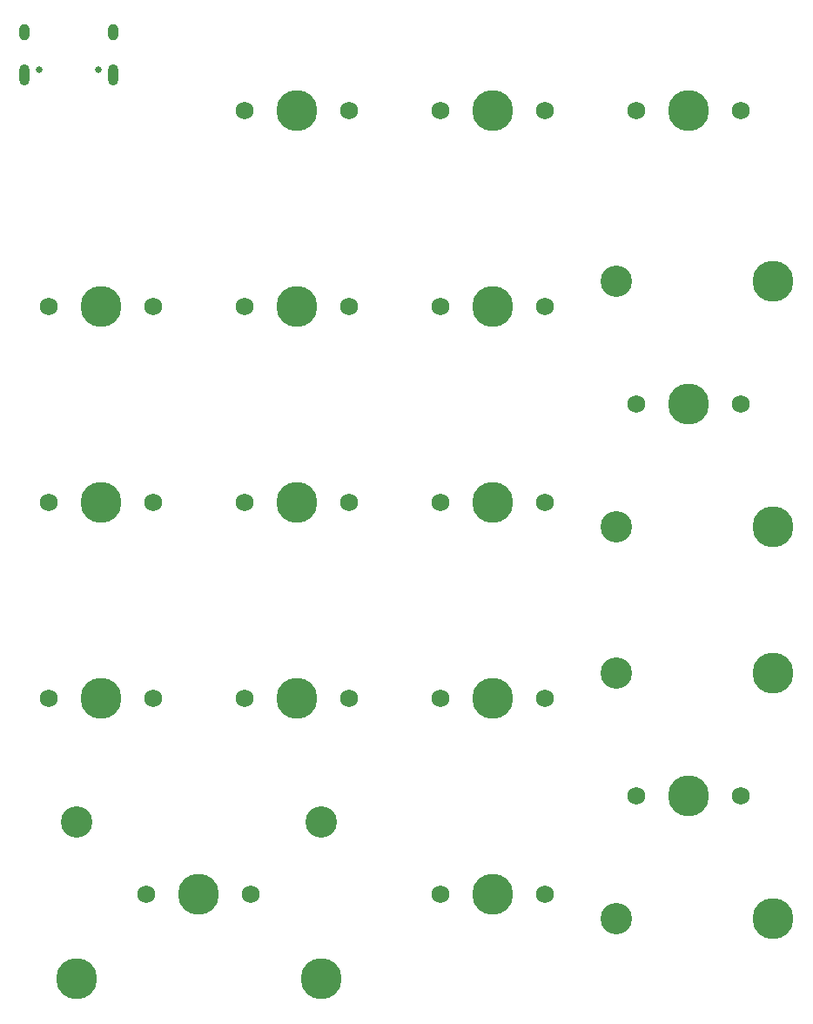
<source format=gbr>
G04 #@! TF.GenerationSoftware,KiCad,Pcbnew,(6.0.0)*
G04 #@! TF.CreationDate,2022-01-07T00:00:26+09:00*
G04 #@! TF.ProjectId,SkeletonNumPad,536b656c-6574-46f6-9e4e-756d5061642e,rev?*
G04 #@! TF.SameCoordinates,Original*
G04 #@! TF.FileFunction,Soldermask,Top*
G04 #@! TF.FilePolarity,Negative*
%FSLAX46Y46*%
G04 Gerber Fmt 4.6, Leading zero omitted, Abs format (unit mm)*
G04 Created by KiCad (PCBNEW (6.0.0)) date 2022-01-07 00:00:26*
%MOMM*%
%LPD*%
G01*
G04 APERTURE LIST*
%ADD10C,3.987800*%
%ADD11C,1.750000*%
%ADD12C,3.048000*%
%ADD13C,0.650000*%
%ADD14O,1.000000X1.600000*%
%ADD15O,1.000000X2.100000*%
G04 APERTURE END LIST*
D10*
X76200000Y-85725000D03*
D11*
X81280000Y-85725000D03*
X71120000Y-85725000D03*
X52070000Y-47625000D03*
D10*
X57150000Y-47625000D03*
D11*
X62230000Y-47625000D03*
D10*
X76200000Y-47625000D03*
D11*
X81280000Y-47625000D03*
X71120000Y-47625000D03*
X43180000Y-47625000D03*
X33020000Y-47625000D03*
D10*
X38100000Y-47625000D03*
D11*
X90170000Y-95250000D03*
D12*
X88265000Y-83312000D03*
D10*
X103505000Y-83312000D03*
D11*
X100330000Y-95250000D03*
D12*
X88265000Y-107188000D03*
D10*
X103505000Y-107188000D03*
X95250000Y-95250000D03*
D11*
X81280000Y-104775000D03*
X71120000Y-104775000D03*
D10*
X76200000Y-104775000D03*
X38100000Y-85725000D03*
D11*
X33020000Y-85725000D03*
X43180000Y-85725000D03*
X71120000Y-28575000D03*
X81280000Y-28575000D03*
D10*
X76200000Y-28575000D03*
X95250000Y-28575000D03*
D11*
X100330000Y-28575000D03*
X90170000Y-28575000D03*
X62230000Y-66675000D03*
X52070000Y-66675000D03*
D10*
X57150000Y-66675000D03*
X57150000Y-28575000D03*
D11*
X52070000Y-28575000D03*
X62230000Y-28575000D03*
D10*
X103505000Y-69088000D03*
D11*
X100330000Y-57150000D03*
X90170000Y-57150000D03*
D12*
X88265000Y-45212000D03*
X88265000Y-69088000D03*
D10*
X95250000Y-57150000D03*
X103505000Y-45212000D03*
X76200000Y-66675000D03*
D11*
X81280000Y-66675000D03*
X71120000Y-66675000D03*
X43180000Y-66675000D03*
X33020000Y-66675000D03*
D10*
X38100000Y-66675000D03*
D11*
X62230000Y-85725000D03*
D10*
X57150000Y-85725000D03*
D11*
X52070000Y-85725000D03*
D10*
X35718750Y-113030000D03*
X47625000Y-104775000D03*
D11*
X52705000Y-104775000D03*
D12*
X59531250Y-97790000D03*
X35718750Y-97790000D03*
D10*
X59531250Y-113030000D03*
D11*
X42545000Y-104775000D03*
D13*
X37890000Y-24600000D03*
X32110000Y-24600000D03*
D14*
X39320000Y-20950000D03*
X30680000Y-20950000D03*
D15*
X30680000Y-25130000D03*
X39320000Y-25130000D03*
M02*

</source>
